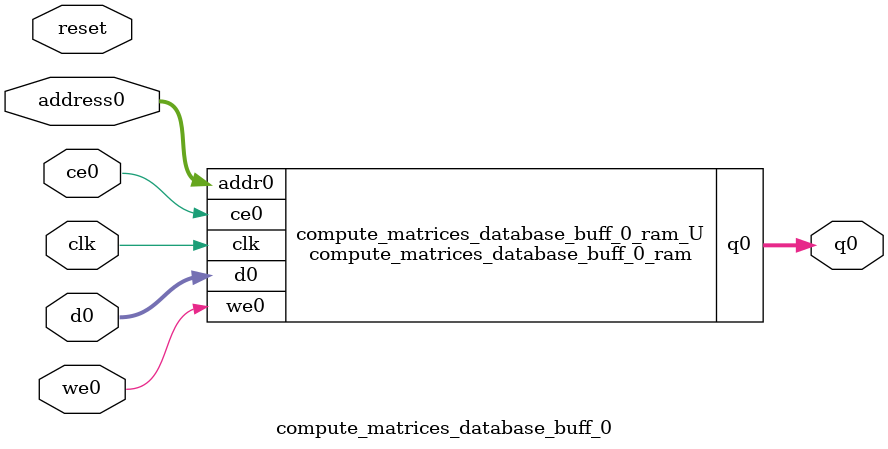
<source format=v>
`timescale 1 ns / 1 ps
module compute_matrices_database_buff_0_ram (addr0, ce0, d0, we0, q0,  clk);

parameter DWIDTH = 8;
parameter AWIDTH = 2;
parameter MEM_SIZE = 3;

input[AWIDTH-1:0] addr0;
input ce0;
input[DWIDTH-1:0] d0;
input we0;
output reg[DWIDTH-1:0] q0;
input clk;

(* ram_style = "block" *)reg [DWIDTH-1:0] ram0[0:MEM_SIZE-1];



always @(posedge clk)  
begin 
    if (ce0) begin
        if (we0) 
            ram0[addr0] <= d0; 
        q0 <= ram0[addr0];
    end
end


endmodule

`timescale 1 ns / 1 ps
module compute_matrices_database_buff_0(
    reset,
    clk,
    address0,
    ce0,
    we0,
    d0,
    q0);

parameter DataWidth = 32'd8;
parameter AddressRange = 32'd3;
parameter AddressWidth = 32'd2;
input reset;
input clk;
input[AddressWidth - 1:0] address0;
input ce0;
input we0;
input[DataWidth - 1:0] d0;
output[DataWidth - 1:0] q0;



compute_matrices_database_buff_0_ram compute_matrices_database_buff_0_ram_U(
    .clk( clk ),
    .addr0( address0 ),
    .ce0( ce0 ),
    .we0( we0 ),
    .d0( d0 ),
    .q0( q0 ));

endmodule


</source>
